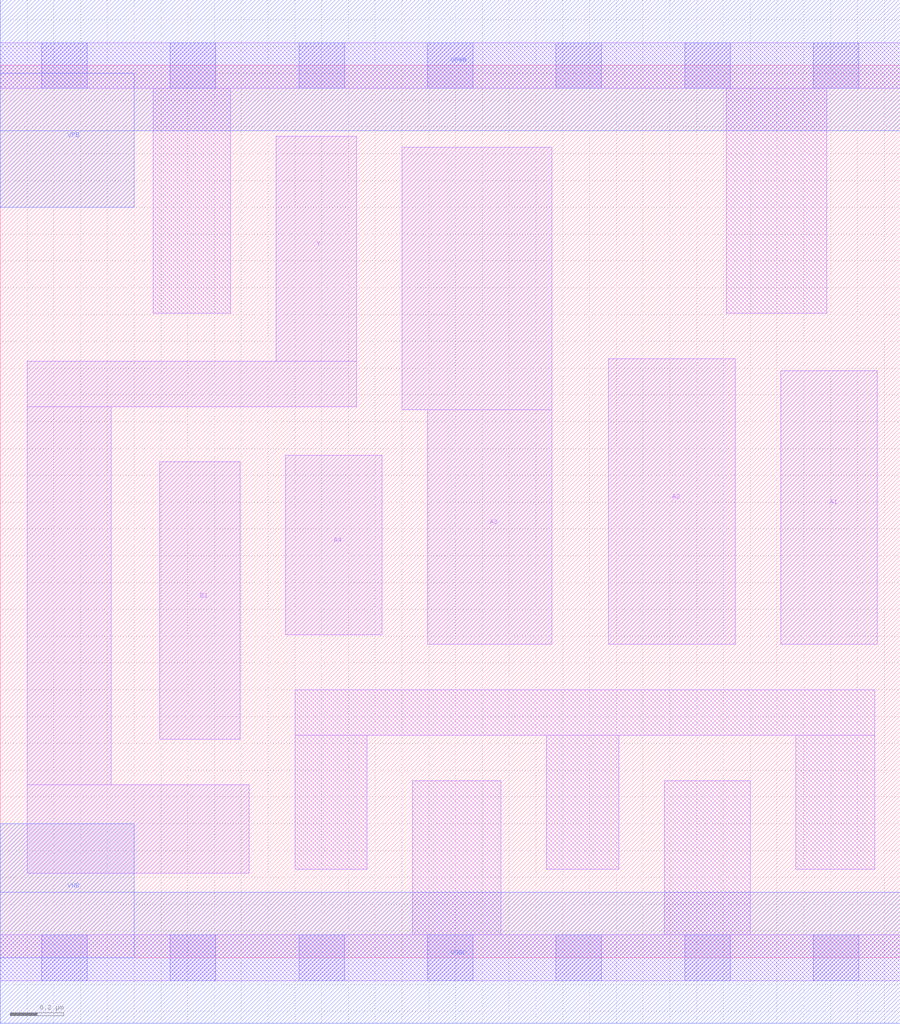
<source format=lef>
# Copyright 2020 The SkyWater PDK Authors
#
# Licensed under the Apache License, Version 2.0 (the "License");
# you may not use this file except in compliance with the License.
# You may obtain a copy of the License at
#
#     https://www.apache.org/licenses/LICENSE-2.0
#
# Unless required by applicable law or agreed to in writing, software
# distributed under the License is distributed on an "AS IS" BASIS,
# WITHOUT WARRANTIES OR CONDITIONS OF ANY KIND, either express or implied.
# See the License for the specific language governing permissions and
# limitations under the License.
#
# SPDX-License-Identifier: Apache-2.0

VERSION 5.5 ;
NAMESCASESENSITIVE ON ;
BUSBITCHARS "[]" ;
DIVIDERCHAR "/" ;
MACRO sky130_fd_sc_lp__o41ai_0
  CLASS CORE ;
  SOURCE USER ;
  ORIGIN  0.000000  0.000000 ;
  SIZE  3.360000 BY  3.330000 ;
  SYMMETRY X Y R90 ;
  SITE unit ;
  PIN A1
    ANTENNAGATEAREA  0.159000 ;
    DIRECTION INPUT ;
    USE SIGNAL ;
    PORT
      LAYER li1 ;
        RECT 2.915000 1.170000 3.275000 2.190000 ;
    END
  END A1
  PIN A2
    ANTENNAGATEAREA  0.159000 ;
    DIRECTION INPUT ;
    USE SIGNAL ;
    PORT
      LAYER li1 ;
        RECT 2.270000 1.170000 2.745000 2.235000 ;
    END
  END A2
  PIN A3
    ANTENNAGATEAREA  0.159000 ;
    DIRECTION INPUT ;
    USE SIGNAL ;
    PORT
      LAYER li1 ;
        RECT 1.500000 2.045000 2.060000 3.025000 ;
        RECT 1.595000 1.170000 2.060000 2.045000 ;
    END
  END A3
  PIN A4
    ANTENNAGATEAREA  0.159000 ;
    DIRECTION INPUT ;
    USE SIGNAL ;
    PORT
      LAYER li1 ;
        RECT 1.065000 1.205000 1.425000 1.875000 ;
    END
  END A4
  PIN B1
    ANTENNAGATEAREA  0.159000 ;
    DIRECTION INPUT ;
    USE SIGNAL ;
    PORT
      LAYER li1 ;
        RECT 0.595000 0.815000 0.895000 1.850000 ;
    END
  END B1
  PIN Y
    ANTENNADIFFAREA  0.487900 ;
    DIRECTION OUTPUT ;
    USE SIGNAL ;
    PORT
      LAYER li1 ;
        RECT 0.100000 0.315000 0.930000 0.645000 ;
        RECT 0.100000 0.645000 0.415000 2.055000 ;
        RECT 0.100000 2.055000 1.330000 2.225000 ;
        RECT 1.030000 2.225000 1.330000 3.065000 ;
    END
  END Y
  PIN VGND
    DIRECTION INOUT ;
    USE GROUND ;
    PORT
      LAYER met1 ;
        RECT 0.000000 -0.245000 3.360000 0.245000 ;
    END
  END VGND
  PIN VNB
    DIRECTION INOUT ;
    USE GROUND ;
    PORT
      LAYER met1 ;
        RECT 0.000000 0.000000 0.500000 0.500000 ;
    END
  END VNB
  PIN VPB
    DIRECTION INOUT ;
    USE POWER ;
    PORT
      LAYER met1 ;
        RECT 0.000000 2.800000 0.500000 3.300000 ;
    END
  END VPB
  PIN VPWR
    DIRECTION INOUT ;
    USE POWER ;
    PORT
      LAYER met1 ;
        RECT 0.000000 3.085000 3.360000 3.575000 ;
    END
  END VPWR
  OBS
    LAYER li1 ;
      RECT 0.000000 -0.085000 3.360000 0.085000 ;
      RECT 0.000000  3.245000 3.360000 3.415000 ;
      RECT 0.570000  2.405000 0.860000 3.245000 ;
      RECT 1.100000  0.330000 1.370000 0.830000 ;
      RECT 1.100000  0.830000 3.265000 1.000000 ;
      RECT 1.540000  0.085000 1.870000 0.660000 ;
      RECT 2.040000  0.330000 2.310000 0.830000 ;
      RECT 2.480000  0.085000 2.800000 0.660000 ;
      RECT 2.710000  2.405000 3.085000 3.245000 ;
      RECT 2.970000  0.330000 3.265000 0.830000 ;
    LAYER mcon ;
      RECT 0.155000 -0.085000 0.325000 0.085000 ;
      RECT 0.155000  3.245000 0.325000 3.415000 ;
      RECT 0.635000 -0.085000 0.805000 0.085000 ;
      RECT 0.635000  3.245000 0.805000 3.415000 ;
      RECT 1.115000 -0.085000 1.285000 0.085000 ;
      RECT 1.115000  3.245000 1.285000 3.415000 ;
      RECT 1.595000 -0.085000 1.765000 0.085000 ;
      RECT 1.595000  3.245000 1.765000 3.415000 ;
      RECT 2.075000 -0.085000 2.245000 0.085000 ;
      RECT 2.075000  3.245000 2.245000 3.415000 ;
      RECT 2.555000 -0.085000 2.725000 0.085000 ;
      RECT 2.555000  3.245000 2.725000 3.415000 ;
      RECT 3.035000 -0.085000 3.205000 0.085000 ;
      RECT 3.035000  3.245000 3.205000 3.415000 ;
  END
END sky130_fd_sc_lp__o41ai_0
END LIBRARY

</source>
